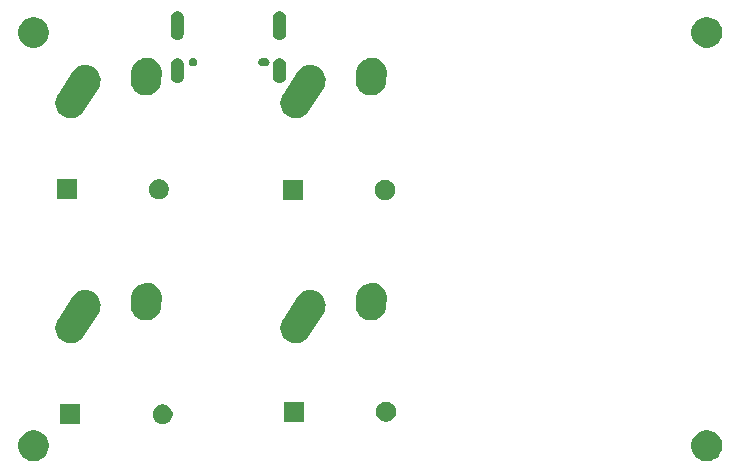
<source format=gts>
G04 #@! TF.GenerationSoftware,KiCad,Pcbnew,(5.1.5)-3*
G04 #@! TF.CreationDate,2020-07-07T23:04:53+02:00*
G04 #@! TF.ProjectId,example,6578616d-706c-4652-9e6b-696361645f70,rev?*
G04 #@! TF.SameCoordinates,Original*
G04 #@! TF.FileFunction,Soldermask,Top*
G04 #@! TF.FilePolarity,Negative*
%FSLAX46Y46*%
G04 Gerber Fmt 4.6, Leading zero omitted, Abs format (unit mm)*
G04 Created by KiCad (PCBNEW (5.1.5)-3) date 2020-07-07 23:04:53*
%MOMM*%
%LPD*%
G04 APERTURE LIST*
%ADD10C,0.100000*%
G04 APERTURE END LIST*
D10*
G36*
X200379487Y-84748996D02*
G01*
X200616253Y-84847068D01*
X200616255Y-84847069D01*
X200829339Y-84989447D01*
X201010553Y-85170661D01*
X201152932Y-85383747D01*
X201251004Y-85620513D01*
X201301000Y-85871861D01*
X201301000Y-86128139D01*
X201251004Y-86379487D01*
X201152932Y-86616253D01*
X201152931Y-86616255D01*
X201010553Y-86829339D01*
X200829339Y-87010553D01*
X200616255Y-87152931D01*
X200616254Y-87152932D01*
X200616253Y-87152932D01*
X200379487Y-87251004D01*
X200128139Y-87301000D01*
X199871861Y-87301000D01*
X199620513Y-87251004D01*
X199383747Y-87152932D01*
X199383746Y-87152932D01*
X199383745Y-87152931D01*
X199170661Y-87010553D01*
X198989447Y-86829339D01*
X198847069Y-86616255D01*
X198847068Y-86616253D01*
X198748996Y-86379487D01*
X198699000Y-86128139D01*
X198699000Y-85871861D01*
X198748996Y-85620513D01*
X198847068Y-85383747D01*
X198989447Y-85170661D01*
X199170661Y-84989447D01*
X199383745Y-84847069D01*
X199383747Y-84847068D01*
X199620513Y-84748996D01*
X199871861Y-84699000D01*
X200128139Y-84699000D01*
X200379487Y-84748996D01*
G37*
G36*
X143379487Y-84748996D02*
G01*
X143616253Y-84847068D01*
X143616255Y-84847069D01*
X143829339Y-84989447D01*
X144010553Y-85170661D01*
X144152932Y-85383747D01*
X144251004Y-85620513D01*
X144301000Y-85871861D01*
X144301000Y-86128139D01*
X144251004Y-86379487D01*
X144152932Y-86616253D01*
X144152931Y-86616255D01*
X144010553Y-86829339D01*
X143829339Y-87010553D01*
X143616255Y-87152931D01*
X143616254Y-87152932D01*
X143616253Y-87152932D01*
X143379487Y-87251004D01*
X143128139Y-87301000D01*
X142871861Y-87301000D01*
X142620513Y-87251004D01*
X142383747Y-87152932D01*
X142383746Y-87152932D01*
X142383745Y-87152931D01*
X142170661Y-87010553D01*
X141989447Y-86829339D01*
X141847069Y-86616255D01*
X141847068Y-86616253D01*
X141748996Y-86379487D01*
X141699000Y-86128139D01*
X141699000Y-85871861D01*
X141748996Y-85620513D01*
X141847068Y-85383747D01*
X141989447Y-85170661D01*
X142170661Y-84989447D01*
X142383745Y-84847069D01*
X142383747Y-84847068D01*
X142620513Y-84748996D01*
X142871861Y-84699000D01*
X143128139Y-84699000D01*
X143379487Y-84748996D01*
G37*
G36*
X154166978Y-82525453D02*
G01*
X154321850Y-82589603D01*
X154461231Y-82682735D01*
X154579765Y-82801269D01*
X154672897Y-82940650D01*
X154737047Y-83095522D01*
X154769750Y-83259934D01*
X154769750Y-83427566D01*
X154737047Y-83591978D01*
X154672897Y-83746850D01*
X154579765Y-83886231D01*
X154461231Y-84004765D01*
X154321850Y-84097897D01*
X154166978Y-84162047D01*
X154002566Y-84194750D01*
X153834934Y-84194750D01*
X153670522Y-84162047D01*
X153515650Y-84097897D01*
X153376269Y-84004765D01*
X153257735Y-83886231D01*
X153164603Y-83746850D01*
X153100453Y-83591978D01*
X153067750Y-83427566D01*
X153067750Y-83259934D01*
X153100453Y-83095522D01*
X153164603Y-82940650D01*
X153257735Y-82801269D01*
X153376269Y-82682735D01*
X153515650Y-82589603D01*
X153670522Y-82525453D01*
X153834934Y-82492750D01*
X154002566Y-82492750D01*
X154166978Y-82525453D01*
G37*
G36*
X146969750Y-84194750D02*
G01*
X145267750Y-84194750D01*
X145267750Y-82492750D01*
X146969750Y-82492750D01*
X146969750Y-84194750D01*
G37*
G36*
X173082711Y-82295207D02*
G01*
X173237583Y-82359357D01*
X173376964Y-82452489D01*
X173495498Y-82571023D01*
X173588630Y-82710404D01*
X173652780Y-82865276D01*
X173685483Y-83029688D01*
X173685483Y-83197320D01*
X173652780Y-83361732D01*
X173588630Y-83516604D01*
X173495498Y-83655985D01*
X173376964Y-83774519D01*
X173237583Y-83867651D01*
X173082711Y-83931801D01*
X172918299Y-83964504D01*
X172750667Y-83964504D01*
X172586255Y-83931801D01*
X172431383Y-83867651D01*
X172292002Y-83774519D01*
X172173468Y-83655985D01*
X172080336Y-83516604D01*
X172016186Y-83361732D01*
X171983483Y-83197320D01*
X171983483Y-83029688D01*
X172016186Y-82865276D01*
X172080336Y-82710404D01*
X172173468Y-82571023D01*
X172292002Y-82452489D01*
X172431383Y-82359357D01*
X172586255Y-82295207D01*
X172750667Y-82262504D01*
X172918299Y-82262504D01*
X173082711Y-82295207D01*
G37*
G36*
X165885483Y-83964504D02*
G01*
X164183483Y-83964504D01*
X164183483Y-82262504D01*
X165885483Y-82262504D01*
X165885483Y-83964504D01*
G37*
G36*
X166560044Y-72818486D02*
G01*
X166645221Y-72825003D01*
X166685003Y-72836129D01*
X166892025Y-72894027D01*
X167120620Y-73009875D01*
X167322222Y-73168093D01*
X167489084Y-73362603D01*
X167614793Y-73585928D01*
X167693108Y-73825181D01*
X167694518Y-73829489D01*
X167721810Y-74055849D01*
X167725194Y-74083917D01*
X167705645Y-74339445D01*
X167682491Y-74422233D01*
X167636620Y-74586250D01*
X167598309Y-74661846D01*
X167549800Y-74757566D01*
X166272204Y-76762988D01*
X166272202Y-76762990D01*
X166153630Y-76914076D01*
X165959123Y-77080936D01*
X165822505Y-77157837D01*
X165735795Y-77206646D01*
X165498584Y-77284292D01*
X165492234Y-77286371D01*
X165237807Y-77317047D01*
X165237806Y-77317047D01*
X164982279Y-77297498D01*
X164735475Y-77228473D01*
X164735474Y-77228473D01*
X164735472Y-77228472D01*
X164506885Y-77112628D01*
X164506883Y-77112627D01*
X164506880Y-77112625D01*
X164305278Y-76954407D01*
X164305274Y-76954404D01*
X164138417Y-76759900D01*
X164012708Y-76536573D01*
X164012707Y-76536572D01*
X163932983Y-76293014D01*
X163932982Y-76293011D01*
X163902306Y-76038584D01*
X163902306Y-76038583D01*
X163921855Y-75783056D01*
X163990880Y-75536252D01*
X163990880Y-75536251D01*
X164071520Y-75377130D01*
X164077700Y-75364935D01*
X165355295Y-73359512D01*
X165473869Y-73208425D01*
X165617802Y-73084951D01*
X165668380Y-73041562D01*
X165891698Y-72915856D01*
X165891704Y-72915854D01*
X166135261Y-72836130D01*
X166135262Y-72836130D01*
X166135265Y-72836129D01*
X166389691Y-72805453D01*
X166389693Y-72805453D01*
X166560044Y-72818486D01*
G37*
G36*
X147510044Y-72818486D02*
G01*
X147595221Y-72825003D01*
X147635003Y-72836129D01*
X147842025Y-72894027D01*
X148070620Y-73009875D01*
X148272222Y-73168093D01*
X148439084Y-73362603D01*
X148564793Y-73585928D01*
X148643108Y-73825181D01*
X148644518Y-73829489D01*
X148671810Y-74055849D01*
X148675194Y-74083917D01*
X148655645Y-74339445D01*
X148632491Y-74422233D01*
X148586620Y-74586250D01*
X148548309Y-74661846D01*
X148499800Y-74757566D01*
X147222204Y-76762988D01*
X147222202Y-76762990D01*
X147103630Y-76914076D01*
X146909123Y-77080936D01*
X146772505Y-77157837D01*
X146685795Y-77206646D01*
X146448584Y-77284292D01*
X146442234Y-77286371D01*
X146187807Y-77317047D01*
X146187806Y-77317047D01*
X145932279Y-77297498D01*
X145685475Y-77228473D01*
X145685474Y-77228473D01*
X145685472Y-77228472D01*
X145456885Y-77112628D01*
X145456883Y-77112627D01*
X145456880Y-77112625D01*
X145255278Y-76954407D01*
X145255274Y-76954404D01*
X145088417Y-76759900D01*
X144962708Y-76536573D01*
X144962707Y-76536572D01*
X144882983Y-76293014D01*
X144882982Y-76293011D01*
X144852306Y-76038584D01*
X144852306Y-76038583D01*
X144871855Y-75783056D01*
X144940880Y-75536252D01*
X144940880Y-75536251D01*
X145021520Y-75377130D01*
X145027700Y-75364935D01*
X146305295Y-73359512D01*
X146423869Y-73208425D01*
X146567802Y-73084951D01*
X146618380Y-73041562D01*
X146841698Y-72915856D01*
X146841704Y-72915854D01*
X147085261Y-72836130D01*
X147085262Y-72836130D01*
X147085265Y-72836129D01*
X147339691Y-72805453D01*
X147339693Y-72805453D01*
X147510044Y-72818486D01*
G37*
G36*
X171950129Y-72240063D02*
G01*
X172189741Y-72330963D01*
X172407015Y-72466863D01*
X172593602Y-72642538D01*
X172704959Y-72798800D01*
X172742330Y-72851240D01*
X172847485Y-73084947D01*
X172847486Y-73084951D01*
X172905026Y-73334678D01*
X172910808Y-73526644D01*
X172910807Y-73526652D01*
X172862666Y-74232821D01*
X172830885Y-74422233D01*
X172739985Y-74661845D01*
X172604085Y-74879119D01*
X172428410Y-75065706D01*
X172272148Y-75177063D01*
X172219708Y-75214434D01*
X171986001Y-75319589D01*
X171985997Y-75319590D01*
X171736271Y-75377130D01*
X171480116Y-75384844D01*
X171480112Y-75384844D01*
X171227371Y-75342437D01*
X170987759Y-75251537D01*
X170770485Y-75115637D01*
X170717453Y-75065706D01*
X170583898Y-74939962D01*
X170453916Y-74757565D01*
X170435170Y-74731260D01*
X170330015Y-74497553D01*
X170272474Y-74247821D01*
X170272022Y-74232821D01*
X170266692Y-74055858D01*
X170314834Y-73349678D01*
X170338535Y-73208425D01*
X170346615Y-73160267D01*
X170437515Y-72920655D01*
X170573415Y-72703381D01*
X170630700Y-72642538D01*
X170749090Y-72516794D01*
X170905352Y-72405437D01*
X170957792Y-72368066D01*
X171191499Y-72262911D01*
X171191503Y-72262910D01*
X171441229Y-72205370D01*
X171697384Y-72197656D01*
X171697388Y-72197656D01*
X171950129Y-72240063D01*
G37*
G36*
X152900129Y-72240063D02*
G01*
X153139741Y-72330963D01*
X153357015Y-72466863D01*
X153543602Y-72642538D01*
X153654959Y-72798800D01*
X153692330Y-72851240D01*
X153797485Y-73084947D01*
X153797486Y-73084951D01*
X153855026Y-73334678D01*
X153860808Y-73526644D01*
X153860807Y-73526652D01*
X153812666Y-74232821D01*
X153780885Y-74422233D01*
X153689985Y-74661845D01*
X153554085Y-74879119D01*
X153378410Y-75065706D01*
X153222148Y-75177063D01*
X153169708Y-75214434D01*
X152936001Y-75319589D01*
X152935997Y-75319590D01*
X152686271Y-75377130D01*
X152430116Y-75384844D01*
X152430112Y-75384844D01*
X152177371Y-75342437D01*
X151937759Y-75251537D01*
X151720485Y-75115637D01*
X151667453Y-75065706D01*
X151533898Y-74939962D01*
X151403916Y-74757565D01*
X151385170Y-74731260D01*
X151280015Y-74497553D01*
X151222474Y-74247821D01*
X151222022Y-74232821D01*
X151216692Y-74055858D01*
X151264834Y-73349678D01*
X151288535Y-73208425D01*
X151296615Y-73160267D01*
X151387515Y-72920655D01*
X151523415Y-72703381D01*
X151580700Y-72642538D01*
X151699090Y-72516794D01*
X151855352Y-72405437D01*
X151907792Y-72368066D01*
X152141499Y-72262911D01*
X152141503Y-72262910D01*
X152391229Y-72205370D01*
X152647384Y-72197656D01*
X152647388Y-72197656D01*
X152900129Y-72240063D01*
G37*
G36*
X165809501Y-65185521D02*
G01*
X164107501Y-65185521D01*
X164107501Y-63483521D01*
X165809501Y-63483521D01*
X165809501Y-65185521D01*
G37*
G36*
X173006729Y-63516224D02*
G01*
X173161601Y-63580374D01*
X173300982Y-63673506D01*
X173419516Y-63792040D01*
X173512648Y-63931421D01*
X173576798Y-64086293D01*
X173609501Y-64250705D01*
X173609501Y-64418337D01*
X173576798Y-64582749D01*
X173512648Y-64737621D01*
X173419516Y-64877002D01*
X173300982Y-64995536D01*
X173161601Y-65088668D01*
X173006729Y-65152818D01*
X172842317Y-65185521D01*
X172674685Y-65185521D01*
X172510273Y-65152818D01*
X172355401Y-65088668D01*
X172216020Y-64995536D01*
X172097486Y-64877002D01*
X172004354Y-64737621D01*
X171940204Y-64582749D01*
X171907501Y-64418337D01*
X171907501Y-64250705D01*
X171940204Y-64086293D01*
X172004354Y-63931421D01*
X172097486Y-63792040D01*
X172216020Y-63673506D01*
X172355401Y-63580374D01*
X172510273Y-63516224D01*
X172674685Y-63483521D01*
X172842317Y-63483521D01*
X173006729Y-63516224D01*
G37*
G36*
X146651000Y-65144750D02*
G01*
X144949000Y-65144750D01*
X144949000Y-63442750D01*
X146651000Y-63442750D01*
X146651000Y-65144750D01*
G37*
G36*
X153848228Y-63475453D02*
G01*
X154003100Y-63539603D01*
X154142481Y-63632735D01*
X154261015Y-63751269D01*
X154354147Y-63890650D01*
X154418297Y-64045522D01*
X154451000Y-64209934D01*
X154451000Y-64377566D01*
X154418297Y-64541978D01*
X154354147Y-64696850D01*
X154261015Y-64836231D01*
X154142481Y-64954765D01*
X154003100Y-65047897D01*
X153848228Y-65112047D01*
X153683816Y-65144750D01*
X153516184Y-65144750D01*
X153351772Y-65112047D01*
X153196900Y-65047897D01*
X153057519Y-64954765D01*
X152938985Y-64836231D01*
X152845853Y-64696850D01*
X152781703Y-64541978D01*
X152749000Y-64377566D01*
X152749000Y-64209934D01*
X152781703Y-64045522D01*
X152845853Y-63890650D01*
X152938985Y-63751269D01*
X153057519Y-63632735D01*
X153196900Y-63539603D01*
X153351772Y-63475453D01*
X153516184Y-63442750D01*
X153683816Y-63442750D01*
X153848228Y-63475453D01*
G37*
G36*
X147510044Y-53768486D02*
G01*
X147595221Y-53775003D01*
X147631463Y-53785139D01*
X147842025Y-53844027D01*
X148070620Y-53959875D01*
X148272222Y-54118093D01*
X148439084Y-54312603D01*
X148564793Y-54535928D01*
X148639632Y-54764561D01*
X148644518Y-54779489D01*
X148665001Y-54949379D01*
X148675194Y-55033917D01*
X148655645Y-55289445D01*
X148632491Y-55372233D01*
X148586620Y-55536250D01*
X148548309Y-55611846D01*
X148499800Y-55707566D01*
X147222204Y-57712988D01*
X147222202Y-57712990D01*
X147103630Y-57864076D01*
X146909123Y-58030936D01*
X146772505Y-58107837D01*
X146685795Y-58156646D01*
X146448584Y-58234292D01*
X146442234Y-58236371D01*
X146187807Y-58267047D01*
X146187806Y-58267047D01*
X145932279Y-58247498D01*
X145685475Y-58178473D01*
X145685474Y-58178473D01*
X145685472Y-58178472D01*
X145456885Y-58062628D01*
X145456883Y-58062627D01*
X145456880Y-58062625D01*
X145255278Y-57904407D01*
X145255274Y-57904404D01*
X145088417Y-57709900D01*
X144962708Y-57486573D01*
X144962707Y-57486572D01*
X144882983Y-57243014D01*
X144882982Y-57243011D01*
X144852306Y-56988584D01*
X144852306Y-56988583D01*
X144871855Y-56733056D01*
X144940880Y-56486252D01*
X144940880Y-56486251D01*
X145021520Y-56327130D01*
X145027700Y-56314935D01*
X146305295Y-54309512D01*
X146423869Y-54158425D01*
X146567802Y-54034951D01*
X146618380Y-53991562D01*
X146841698Y-53865856D01*
X146841704Y-53865854D01*
X147085261Y-53786130D01*
X147085262Y-53786130D01*
X147085265Y-53786129D01*
X147339691Y-53755453D01*
X147339693Y-53755453D01*
X147510044Y-53768486D01*
G37*
G36*
X166560044Y-53768486D02*
G01*
X166645221Y-53775003D01*
X166681463Y-53785139D01*
X166892025Y-53844027D01*
X167120620Y-53959875D01*
X167322222Y-54118093D01*
X167489084Y-54312603D01*
X167614793Y-54535928D01*
X167689632Y-54764561D01*
X167694518Y-54779489D01*
X167715001Y-54949379D01*
X167725194Y-55033917D01*
X167705645Y-55289445D01*
X167682491Y-55372233D01*
X167636620Y-55536250D01*
X167598309Y-55611846D01*
X167549800Y-55707566D01*
X166272204Y-57712988D01*
X166272202Y-57712990D01*
X166153630Y-57864076D01*
X165959123Y-58030936D01*
X165822505Y-58107837D01*
X165735795Y-58156646D01*
X165498584Y-58234292D01*
X165492234Y-58236371D01*
X165237807Y-58267047D01*
X165237806Y-58267047D01*
X164982279Y-58247498D01*
X164735475Y-58178473D01*
X164735474Y-58178473D01*
X164735472Y-58178472D01*
X164506885Y-58062628D01*
X164506883Y-58062627D01*
X164506880Y-58062625D01*
X164305278Y-57904407D01*
X164305274Y-57904404D01*
X164138417Y-57709900D01*
X164012708Y-57486573D01*
X164012707Y-57486572D01*
X163932983Y-57243014D01*
X163932982Y-57243011D01*
X163902306Y-56988584D01*
X163902306Y-56988583D01*
X163921855Y-56733056D01*
X163990880Y-56486252D01*
X163990880Y-56486251D01*
X164071520Y-56327130D01*
X164077700Y-56314935D01*
X165355295Y-54309512D01*
X165473869Y-54158425D01*
X165617802Y-54034951D01*
X165668380Y-53991562D01*
X165891698Y-53865856D01*
X165891704Y-53865854D01*
X166135261Y-53786130D01*
X166135262Y-53786130D01*
X166135265Y-53786129D01*
X166389691Y-53755453D01*
X166389693Y-53755453D01*
X166560044Y-53768486D01*
G37*
G36*
X152900129Y-53190063D02*
G01*
X153139741Y-53280963D01*
X153294127Y-53377528D01*
X153357015Y-53416863D01*
X153543602Y-53592538D01*
X153646014Y-53736248D01*
X153692330Y-53801240D01*
X153797485Y-54034947D01*
X153797486Y-54034951D01*
X153855026Y-54284678D01*
X153860808Y-54476644D01*
X153860807Y-54476652D01*
X153812666Y-55182821D01*
X153780885Y-55372233D01*
X153689985Y-55611845D01*
X153554085Y-55829119D01*
X153378410Y-56015706D01*
X153222148Y-56127063D01*
X153169708Y-56164434D01*
X152936001Y-56269589D01*
X152935997Y-56269590D01*
X152686271Y-56327130D01*
X152430116Y-56334844D01*
X152430112Y-56334844D01*
X152177371Y-56292437D01*
X151937759Y-56201537D01*
X151720485Y-56065637D01*
X151667453Y-56015706D01*
X151533898Y-55889962D01*
X151403916Y-55707565D01*
X151385170Y-55681260D01*
X151280015Y-55447553D01*
X151234271Y-55249021D01*
X151222474Y-55197822D01*
X151216692Y-55005858D01*
X151264834Y-54299678D01*
X151288535Y-54158425D01*
X151296615Y-54110267D01*
X151387515Y-53870655D01*
X151523415Y-53653381D01*
X151580700Y-53592538D01*
X151699090Y-53466794D01*
X151868596Y-53345999D01*
X151907792Y-53318066D01*
X152141499Y-53212911D01*
X152191249Y-53201448D01*
X152391229Y-53155370D01*
X152647384Y-53147656D01*
X152647388Y-53147656D01*
X152900129Y-53190063D01*
G37*
G36*
X171950129Y-53190063D02*
G01*
X172189741Y-53280963D01*
X172344127Y-53377528D01*
X172407015Y-53416863D01*
X172593602Y-53592538D01*
X172696014Y-53736248D01*
X172742330Y-53801240D01*
X172847485Y-54034947D01*
X172847486Y-54034951D01*
X172905026Y-54284678D01*
X172910808Y-54476644D01*
X172910807Y-54476652D01*
X172862666Y-55182821D01*
X172830885Y-55372233D01*
X172739985Y-55611845D01*
X172604085Y-55829119D01*
X172428410Y-56015706D01*
X172272148Y-56127063D01*
X172219708Y-56164434D01*
X171986001Y-56269589D01*
X171985997Y-56269590D01*
X171736271Y-56327130D01*
X171480116Y-56334844D01*
X171480112Y-56334844D01*
X171227371Y-56292437D01*
X170987759Y-56201537D01*
X170770485Y-56065637D01*
X170717453Y-56015706D01*
X170583898Y-55889962D01*
X170453916Y-55707565D01*
X170435170Y-55681260D01*
X170330015Y-55447553D01*
X170284271Y-55249021D01*
X170272474Y-55197822D01*
X170266692Y-55005858D01*
X170314834Y-54299678D01*
X170338535Y-54158425D01*
X170346615Y-54110267D01*
X170437515Y-53870655D01*
X170573415Y-53653381D01*
X170630700Y-53592538D01*
X170749090Y-53466794D01*
X170918596Y-53345999D01*
X170957792Y-53318066D01*
X171191499Y-53212911D01*
X171241249Y-53201448D01*
X171441229Y-53155370D01*
X171697384Y-53147656D01*
X171697388Y-53147656D01*
X171950129Y-53190063D01*
G37*
G36*
X163928014Y-53194473D02*
G01*
X164031878Y-53225979D01*
X164057847Y-53239860D01*
X164127599Y-53277143D01*
X164127601Y-53277144D01*
X164127600Y-53277144D01*
X164211501Y-53345999D01*
X164280356Y-53429900D01*
X164331521Y-53525621D01*
X164363027Y-53629485D01*
X164371000Y-53710433D01*
X164371000Y-54764567D01*
X164363027Y-54845515D01*
X164331521Y-54949379D01*
X164331519Y-54949382D01*
X164280357Y-55045100D01*
X164211501Y-55129001D01*
X164127600Y-55197857D01*
X164059055Y-55234495D01*
X164031879Y-55249021D01*
X163928015Y-55280527D01*
X163820000Y-55291166D01*
X163711986Y-55280527D01*
X163608122Y-55249021D01*
X163580946Y-55234495D01*
X163512401Y-55197857D01*
X163428500Y-55129001D01*
X163359644Y-55045100D01*
X163308482Y-54949382D01*
X163308480Y-54949379D01*
X163276974Y-54845515D01*
X163269001Y-54764567D01*
X163269000Y-53710434D01*
X163276973Y-53629486D01*
X163308479Y-53525622D01*
X163339923Y-53466795D01*
X163359643Y-53429901D01*
X163402622Y-53377531D01*
X163428499Y-53345999D01*
X163512400Y-53277144D01*
X163512399Y-53277144D01*
X163512401Y-53277143D01*
X163582152Y-53239860D01*
X163608121Y-53225979D01*
X163711985Y-53194473D01*
X163820000Y-53183834D01*
X163928014Y-53194473D01*
G37*
G36*
X155288014Y-53194473D02*
G01*
X155391878Y-53225979D01*
X155417847Y-53239860D01*
X155487599Y-53277143D01*
X155487601Y-53277144D01*
X155487600Y-53277144D01*
X155571501Y-53345999D01*
X155640356Y-53429900D01*
X155691521Y-53525621D01*
X155723027Y-53629485D01*
X155731000Y-53710433D01*
X155731000Y-54764567D01*
X155723027Y-54845515D01*
X155691521Y-54949379D01*
X155691519Y-54949382D01*
X155640357Y-55045100D01*
X155571501Y-55129001D01*
X155487600Y-55197857D01*
X155419055Y-55234495D01*
X155391879Y-55249021D01*
X155288015Y-55280527D01*
X155180000Y-55291166D01*
X155071986Y-55280527D01*
X154968122Y-55249021D01*
X154940946Y-55234495D01*
X154872401Y-55197857D01*
X154788500Y-55129001D01*
X154719644Y-55045100D01*
X154668482Y-54949382D01*
X154668480Y-54949379D01*
X154636974Y-54845515D01*
X154629001Y-54764567D01*
X154629000Y-53710434D01*
X154636973Y-53629486D01*
X154668479Y-53525622D01*
X154699923Y-53466795D01*
X154719643Y-53429901D01*
X154762622Y-53377531D01*
X154788499Y-53345999D01*
X154872400Y-53277144D01*
X154872399Y-53277144D01*
X154872401Y-53277143D01*
X154942152Y-53239860D01*
X154968121Y-53225979D01*
X155071985Y-53194473D01*
X155180000Y-53183834D01*
X155288014Y-53194473D01*
G37*
G36*
X156602383Y-53174989D02*
G01*
X156602386Y-53174990D01*
X156602385Y-53174990D01*
X156666258Y-53201446D01*
X156723748Y-53239860D01*
X156772640Y-53288752D01*
X156811054Y-53346242D01*
X156824014Y-53377531D01*
X156837511Y-53410117D01*
X156851000Y-53477930D01*
X156851000Y-53547070D01*
X156837511Y-53614883D01*
X156837510Y-53614885D01*
X156811054Y-53678758D01*
X156772640Y-53736248D01*
X156723748Y-53785140D01*
X156666258Y-53823554D01*
X156630533Y-53838351D01*
X156602383Y-53850011D01*
X156534570Y-53863500D01*
X156465430Y-53863500D01*
X156397617Y-53850011D01*
X156369467Y-53838351D01*
X156333742Y-53823554D01*
X156276252Y-53785140D01*
X156227360Y-53736248D01*
X156188946Y-53678758D01*
X156162490Y-53614885D01*
X156162489Y-53614883D01*
X156149000Y-53547070D01*
X156149000Y-53477930D01*
X156162489Y-53410117D01*
X156175986Y-53377531D01*
X156188946Y-53346242D01*
X156227360Y-53288752D01*
X156276252Y-53239860D01*
X156333742Y-53201446D01*
X156397615Y-53174990D01*
X156397614Y-53174990D01*
X156397617Y-53174989D01*
X156465430Y-53161500D01*
X156534570Y-53161500D01*
X156602383Y-53174989D01*
G37*
G36*
X162693809Y-53166578D02*
G01*
X162759969Y-53186649D01*
X162759972Y-53186650D01*
X162820949Y-53219242D01*
X162829160Y-53225981D01*
X162874396Y-53263104D01*
X162902707Y-53297603D01*
X162918258Y-53316551D01*
X162950850Y-53377528D01*
X162950851Y-53377531D01*
X162970922Y-53443692D01*
X162977698Y-53512500D01*
X162970922Y-53581308D01*
X162950851Y-53647469D01*
X162950850Y-53647472D01*
X162918258Y-53708449D01*
X162902707Y-53727397D01*
X162874396Y-53761896D01*
X162839897Y-53790207D01*
X162820949Y-53805758D01*
X162759972Y-53838350D01*
X162759969Y-53838351D01*
X162693809Y-53858422D01*
X162642244Y-53863500D01*
X162357756Y-53863500D01*
X162306191Y-53858422D01*
X162240031Y-53838351D01*
X162240028Y-53838350D01*
X162179051Y-53805758D01*
X162160103Y-53790207D01*
X162125604Y-53761896D01*
X162097293Y-53727397D01*
X162081742Y-53708449D01*
X162049150Y-53647472D01*
X162049149Y-53647469D01*
X162029078Y-53581308D01*
X162022302Y-53512500D01*
X162029078Y-53443692D01*
X162049149Y-53377531D01*
X162049150Y-53377528D01*
X162081742Y-53316551D01*
X162097293Y-53297603D01*
X162125604Y-53263104D01*
X162170840Y-53225981D01*
X162179051Y-53219242D01*
X162240028Y-53186650D01*
X162240031Y-53186649D01*
X162306191Y-53166578D01*
X162357756Y-53161500D01*
X162642244Y-53161500D01*
X162693809Y-53166578D01*
G37*
G36*
X143379487Y-49748996D02*
G01*
X143616253Y-49847068D01*
X143616255Y-49847069D01*
X143829339Y-49989447D01*
X144010553Y-50170661D01*
X144152932Y-50383747D01*
X144251004Y-50620513D01*
X144301000Y-50871861D01*
X144301000Y-51128139D01*
X144251004Y-51379487D01*
X144220139Y-51454001D01*
X144152931Y-51616255D01*
X144010553Y-51829339D01*
X143829339Y-52010553D01*
X143616255Y-52152931D01*
X143616254Y-52152932D01*
X143616253Y-52152932D01*
X143379487Y-52251004D01*
X143128139Y-52301000D01*
X142871861Y-52301000D01*
X142620513Y-52251004D01*
X142383747Y-52152932D01*
X142383746Y-52152932D01*
X142383745Y-52152931D01*
X142170661Y-52010553D01*
X141989447Y-51829339D01*
X141847069Y-51616255D01*
X141779861Y-51454001D01*
X141748996Y-51379487D01*
X141699000Y-51128139D01*
X141699000Y-50871861D01*
X141748996Y-50620513D01*
X141847068Y-50383747D01*
X141989447Y-50170661D01*
X142170661Y-49989447D01*
X142383745Y-49847069D01*
X142383747Y-49847068D01*
X142620513Y-49748996D01*
X142871861Y-49699000D01*
X143128139Y-49699000D01*
X143379487Y-49748996D01*
G37*
G36*
X200379487Y-49748996D02*
G01*
X200616253Y-49847068D01*
X200616255Y-49847069D01*
X200829339Y-49989447D01*
X201010553Y-50170661D01*
X201152932Y-50383747D01*
X201251004Y-50620513D01*
X201301000Y-50871861D01*
X201301000Y-51128139D01*
X201251004Y-51379487D01*
X201220139Y-51454001D01*
X201152931Y-51616255D01*
X201010553Y-51829339D01*
X200829339Y-52010553D01*
X200616255Y-52152931D01*
X200616254Y-52152932D01*
X200616253Y-52152932D01*
X200379487Y-52251004D01*
X200128139Y-52301000D01*
X199871861Y-52301000D01*
X199620513Y-52251004D01*
X199383747Y-52152932D01*
X199383746Y-52152932D01*
X199383745Y-52152931D01*
X199170661Y-52010553D01*
X198989447Y-51829339D01*
X198847069Y-51616255D01*
X198779861Y-51454001D01*
X198748996Y-51379487D01*
X198699000Y-51128139D01*
X198699000Y-50871861D01*
X198748996Y-50620513D01*
X198847068Y-50383747D01*
X198989447Y-50170661D01*
X199170661Y-49989447D01*
X199383745Y-49847069D01*
X199383747Y-49847068D01*
X199620513Y-49748996D01*
X199871861Y-49699000D01*
X200128139Y-49699000D01*
X200379487Y-49748996D01*
G37*
G36*
X155288014Y-49219473D02*
G01*
X155391878Y-49250979D01*
X155435907Y-49274513D01*
X155487599Y-49302143D01*
X155487601Y-49302144D01*
X155487600Y-49302144D01*
X155571501Y-49370999D01*
X155640356Y-49454900D01*
X155691521Y-49550621D01*
X155723027Y-49654485D01*
X155731000Y-49735433D01*
X155731000Y-51089567D01*
X155723027Y-51170515D01*
X155691521Y-51274379D01*
X155691519Y-51274382D01*
X155640357Y-51370100D01*
X155571501Y-51454001D01*
X155487600Y-51522857D01*
X155419055Y-51559495D01*
X155391879Y-51574021D01*
X155288015Y-51605527D01*
X155180000Y-51616166D01*
X155071986Y-51605527D01*
X154968122Y-51574021D01*
X154940946Y-51559495D01*
X154872401Y-51522857D01*
X154788500Y-51454001D01*
X154719644Y-51370100D01*
X154668482Y-51274382D01*
X154668480Y-51274379D01*
X154636974Y-51170515D01*
X154629001Y-51089567D01*
X154629000Y-49735434D01*
X154636973Y-49654486D01*
X154668479Y-49550622D01*
X154719644Y-49454900D01*
X154788499Y-49370999D01*
X154872400Y-49302144D01*
X154872399Y-49302144D01*
X154872401Y-49302143D01*
X154924093Y-49274513D01*
X154968121Y-49250979D01*
X155071985Y-49219473D01*
X155180000Y-49208834D01*
X155288014Y-49219473D01*
G37*
G36*
X163928014Y-49219473D02*
G01*
X164031878Y-49250979D01*
X164075907Y-49274513D01*
X164127599Y-49302143D01*
X164127601Y-49302144D01*
X164127600Y-49302144D01*
X164211501Y-49370999D01*
X164280356Y-49454900D01*
X164331521Y-49550621D01*
X164363027Y-49654485D01*
X164371000Y-49735433D01*
X164371000Y-51089567D01*
X164363027Y-51170515D01*
X164331521Y-51274379D01*
X164331519Y-51274382D01*
X164280357Y-51370100D01*
X164211501Y-51454001D01*
X164127600Y-51522857D01*
X164059055Y-51559495D01*
X164031879Y-51574021D01*
X163928015Y-51605527D01*
X163820000Y-51616166D01*
X163711986Y-51605527D01*
X163608122Y-51574021D01*
X163580946Y-51559495D01*
X163512401Y-51522857D01*
X163428500Y-51454001D01*
X163359644Y-51370100D01*
X163308482Y-51274382D01*
X163308480Y-51274379D01*
X163276974Y-51170515D01*
X163269001Y-51089567D01*
X163269000Y-49735434D01*
X163276973Y-49654486D01*
X163308479Y-49550622D01*
X163359644Y-49454900D01*
X163428499Y-49370999D01*
X163512400Y-49302144D01*
X163512399Y-49302144D01*
X163512401Y-49302143D01*
X163564093Y-49274513D01*
X163608121Y-49250979D01*
X163711985Y-49219473D01*
X163820000Y-49208834D01*
X163928014Y-49219473D01*
G37*
M02*

</source>
